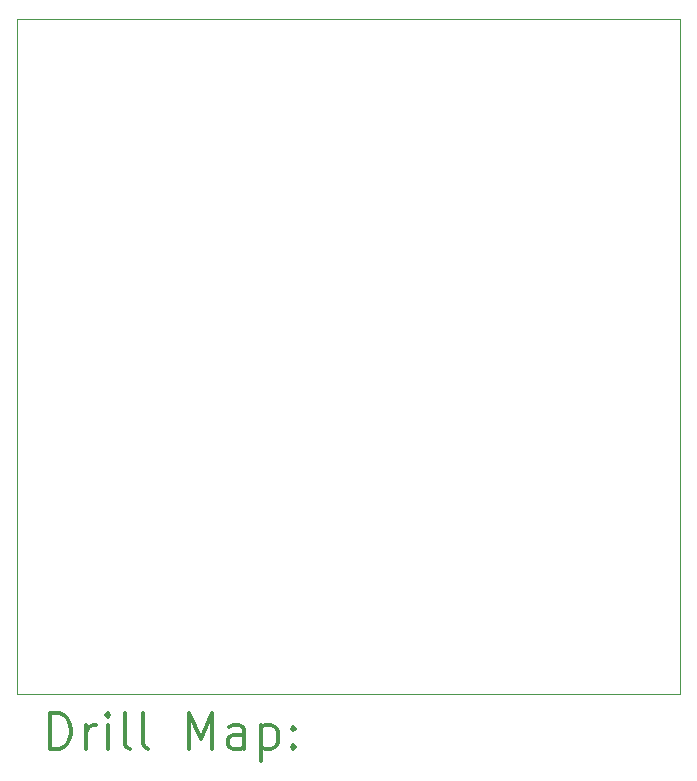
<source format=gbr>
%FSLAX45Y45*%
G04 Gerber Fmt 4.5, Leading zero omitted, Abs format (unit mm)*
G04 Created by KiCad (PCBNEW (5.1.5)-3) date 2020-10-03 21:18:49*
%MOMM*%
%LPD*%
G04 APERTURE LIST*
%TA.AperFunction,Profile*%
%ADD10C,0.050000*%
%TD*%
%ADD11C,0.200000*%
%ADD12C,0.300000*%
G04 APERTURE END LIST*
D10*
X0Y-5709920D02*
X0Y0D01*
X5613400Y-5709920D02*
X0Y-5709920D01*
X5613400Y0D02*
X5613400Y-5709920D01*
X0Y0D02*
X5613400Y0D01*
D11*
D12*
X283928Y-6178134D02*
X283928Y-5878134D01*
X355357Y-5878134D01*
X398214Y-5892420D01*
X426786Y-5920991D01*
X441071Y-5949563D01*
X455357Y-6006706D01*
X455357Y-6049563D01*
X441071Y-6106706D01*
X426786Y-6135277D01*
X398214Y-6163849D01*
X355357Y-6178134D01*
X283928Y-6178134D01*
X583928Y-6178134D02*
X583928Y-5978134D01*
X583928Y-6035277D02*
X598214Y-6006706D01*
X612500Y-5992420D01*
X641071Y-5978134D01*
X669643Y-5978134D01*
X769643Y-6178134D02*
X769643Y-5978134D01*
X769643Y-5878134D02*
X755357Y-5892420D01*
X769643Y-5906706D01*
X783928Y-5892420D01*
X769643Y-5878134D01*
X769643Y-5906706D01*
X955357Y-6178134D02*
X926786Y-6163849D01*
X912500Y-6135277D01*
X912500Y-5878134D01*
X1112500Y-6178134D02*
X1083928Y-6163849D01*
X1069643Y-6135277D01*
X1069643Y-5878134D01*
X1455357Y-6178134D02*
X1455357Y-5878134D01*
X1555357Y-6092420D01*
X1655357Y-5878134D01*
X1655357Y-6178134D01*
X1926786Y-6178134D02*
X1926786Y-6020991D01*
X1912500Y-5992420D01*
X1883928Y-5978134D01*
X1826786Y-5978134D01*
X1798214Y-5992420D01*
X1926786Y-6163849D02*
X1898214Y-6178134D01*
X1826786Y-6178134D01*
X1798214Y-6163849D01*
X1783928Y-6135277D01*
X1783928Y-6106706D01*
X1798214Y-6078134D01*
X1826786Y-6063849D01*
X1898214Y-6063849D01*
X1926786Y-6049563D01*
X2069643Y-5978134D02*
X2069643Y-6278134D01*
X2069643Y-5992420D02*
X2098214Y-5978134D01*
X2155357Y-5978134D01*
X2183928Y-5992420D01*
X2198214Y-6006706D01*
X2212500Y-6035277D01*
X2212500Y-6120991D01*
X2198214Y-6149563D01*
X2183928Y-6163849D01*
X2155357Y-6178134D01*
X2098214Y-6178134D01*
X2069643Y-6163849D01*
X2341071Y-6149563D02*
X2355357Y-6163849D01*
X2341071Y-6178134D01*
X2326786Y-6163849D01*
X2341071Y-6149563D01*
X2341071Y-6178134D01*
X2341071Y-5992420D02*
X2355357Y-6006706D01*
X2341071Y-6020991D01*
X2326786Y-6006706D01*
X2341071Y-5992420D01*
X2341071Y-6020991D01*
M02*

</source>
